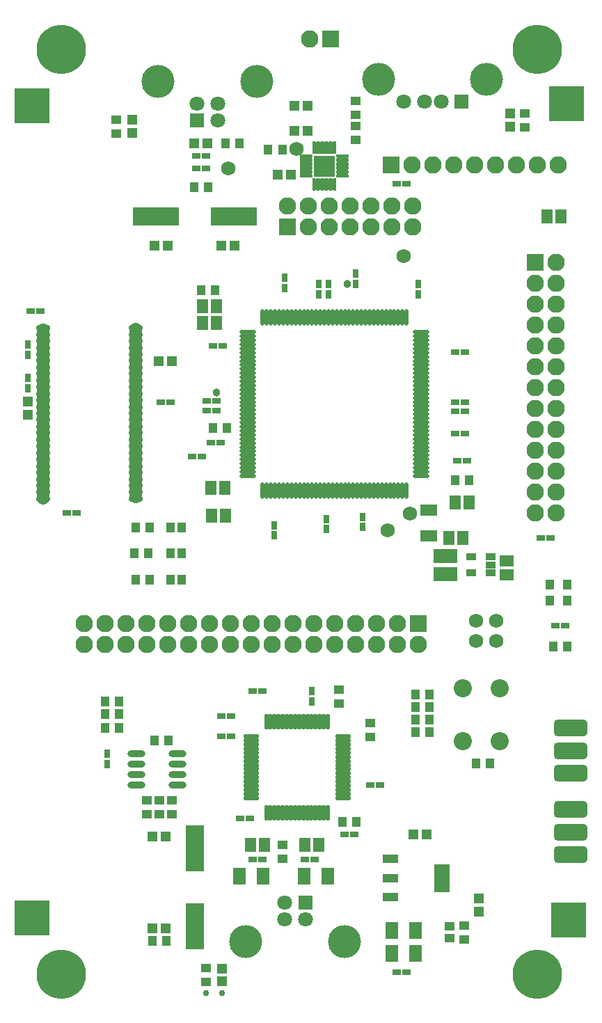
<source format=gts>
G04*
G04 #@! TF.GenerationSoftware,Altium Limited,Altium Designer,20.0.13 (296)*
G04*
G04 Layer_Color=8388736*
%FSAX25Y25*%
%MOIN*%
G70*
G01*
G75*
%ADD46C,0.06000*%
%ADD47C,0.06800*%
%ADD48R,0.07750X0.04300*%
%ADD49R,0.07750X0.13200*%
%ADD50R,0.04737X0.04737*%
%ADD51R,0.04737X0.04343*%
%ADD52R,0.04737X0.04737*%
%ADD53R,0.08280X0.05524*%
%ADD54R,0.16800X0.16800*%
%ADD55R,0.03950X0.04737*%
%ADD56O,0.07887X0.01981*%
%ADD57O,0.01981X0.07887*%
%ADD58R,0.08674X0.22453*%
%ADD59R,0.05524X0.06706*%
%ADD60R,0.04343X0.04737*%
%ADD61O,0.07690X0.01981*%
%ADD62O,0.01981X0.07690*%
%ADD63R,0.05918X0.08280*%
%ADD64O,0.01535X0.06063*%
%ADD65O,0.06063X0.01535*%
%ADD66R,0.10394X0.10394*%
%ADD67R,0.05131X0.03359*%
%ADD68O,0.06706X0.02965*%
%ADD69O,0.08674X0.03162*%
%ADD70R,0.11430X0.06706*%
%ADD71R,0.03950X0.03162*%
G04:AMPARAMS|DCode=72|XSize=76.9mil|YSize=157.61mil|CornerRadius=12.61mil|HoleSize=0mil|Usage=FLASHONLY|Rotation=90.000|XOffset=0mil|YOffset=0mil|HoleType=Round|Shape=RoundedRectangle|*
%AMROUNDEDRECTD72*
21,1,0.07690,0.13238,0,0,90.0*
21,1,0.05167,0.15761,0,0,90.0*
1,1,0.02522,0.06619,0.02584*
1,1,0.02522,0.06619,-0.02584*
1,1,0.02522,-0.06619,-0.02584*
1,1,0.02522,-0.06619,0.02584*
%
%ADD72ROUNDEDRECTD72*%
%ADD73R,0.06706X0.05524*%
%ADD74R,0.22453X0.08674*%
%ADD75R,0.04737X0.03950*%
%ADD76R,0.05918X0.07887*%
%ADD77R,0.03162X0.03950*%
%ADD78C,0.08674*%
%ADD79R,0.08280X0.08280*%
%ADD80C,0.08280*%
%ADD81C,0.23635*%
%ADD82C,0.07099*%
%ADD83R,0.07099X0.07099*%
%ADD84C,0.15761*%
%ADD85R,0.07099X0.07099*%
%ADD86R,0.08280X0.08280*%
%ADD87C,0.03000*%
%ADD88C,0.03800*%
G36*
X0330000Y0704000D02*
X0320000D01*
Y0709500D01*
X0330000D01*
Y0704000D01*
D02*
G37*
G36*
X0336500Y0693000D02*
X0331000D01*
Y0703000D01*
X0336500D01*
Y0693000D01*
D02*
G37*
G36*
X0319000D02*
X0313500D01*
Y0703000D01*
X0319000D01*
Y0693000D01*
D02*
G37*
G36*
X0330000Y0686500D02*
X0320000D01*
Y0692000D01*
X0330000D01*
Y0686500D01*
D02*
G37*
D46*
X0190300Y0538900D02*
X0190400Y0619400D01*
X0234700Y0539400D02*
X0234800Y0619900D01*
D47*
X0366142Y0531496D02*
D03*
X0363000Y0655000D02*
D03*
X0355315Y0523622D02*
D03*
X0311811Y0706299D02*
D03*
X0279000Y0697000D02*
D03*
X0407480Y0470472D02*
D03*
X0397638Y0480315D02*
D03*
X0407480D02*
D03*
X0397638Y0470472D02*
D03*
D48*
X0356725Y0366100D02*
D03*
Y0357000D02*
D03*
Y0347900D02*
D03*
D49*
X0381275Y0357000D02*
D03*
D50*
X0374150Y0378000D02*
D03*
X0367850D02*
D03*
X0310850Y0727000D02*
D03*
X0317150D02*
D03*
X0245850Y0604500D02*
D03*
X0252150D02*
D03*
X0262850Y0709000D02*
D03*
X0269150D02*
D03*
X0310850Y0715000D02*
D03*
X0317150D02*
D03*
X0250150Y0660000D02*
D03*
X0243850D02*
D03*
X0282150D02*
D03*
X0275850D02*
D03*
X0309150Y0694000D02*
D03*
X0302850D02*
D03*
X0249150Y0377000D02*
D03*
X0242850D02*
D03*
Y0333000D02*
D03*
X0249150D02*
D03*
D51*
X0268500Y0313846D02*
D03*
Y0307154D02*
D03*
X0225500Y0713654D02*
D03*
Y0720346D02*
D03*
X0421000Y0716653D02*
D03*
Y0723347D02*
D03*
X0392000Y0334347D02*
D03*
Y0327654D02*
D03*
X0305000Y0372847D02*
D03*
Y0366154D02*
D03*
X0252000Y0394346D02*
D03*
Y0387653D02*
D03*
X0246000D02*
D03*
Y0394346D02*
D03*
X0240000D02*
D03*
Y0387653D02*
D03*
X0340000Y0729347D02*
D03*
Y0722653D02*
D03*
Y0710653D02*
D03*
Y0717346D02*
D03*
X0332000Y0447346D02*
D03*
Y0440654D02*
D03*
X0347000Y0431347D02*
D03*
Y0424653D02*
D03*
D52*
X0276000Y0313650D02*
D03*
Y0307350D02*
D03*
X0414000Y0723150D02*
D03*
Y0716850D02*
D03*
X0233000Y0720150D02*
D03*
Y0713850D02*
D03*
X0399000Y0340850D02*
D03*
Y0347150D02*
D03*
X0183000Y0585150D02*
D03*
Y0578850D02*
D03*
D53*
X0375000Y0533299D02*
D03*
Y0520701D02*
D03*
D54*
X0185000Y0338000D02*
D03*
Y0727000D02*
D03*
X0442000Y0337000D02*
D03*
X0441000Y0728000D02*
D03*
D55*
X0256835Y0524961D02*
D03*
X0251323D02*
D03*
Y0499961D02*
D03*
X0256835D02*
D03*
Y0512461D02*
D03*
X0251323D02*
D03*
D56*
X0288465Y0618449D02*
D03*
Y0616480D02*
D03*
Y0614512D02*
D03*
Y0612543D02*
D03*
Y0610575D02*
D03*
Y0608606D02*
D03*
Y0606638D02*
D03*
Y0604669D02*
D03*
Y0602701D02*
D03*
Y0600732D02*
D03*
Y0598764D02*
D03*
Y0596795D02*
D03*
Y0594827D02*
D03*
Y0592858D02*
D03*
Y0590890D02*
D03*
Y0588921D02*
D03*
Y0586953D02*
D03*
Y0584984D02*
D03*
Y0583016D02*
D03*
Y0581047D02*
D03*
Y0579079D02*
D03*
Y0577110D02*
D03*
Y0575142D02*
D03*
Y0573173D02*
D03*
Y0571205D02*
D03*
Y0569236D02*
D03*
Y0567268D02*
D03*
Y0565299D02*
D03*
Y0563331D02*
D03*
Y0561362D02*
D03*
Y0559394D02*
D03*
Y0557425D02*
D03*
Y0555457D02*
D03*
Y0553488D02*
D03*
Y0551520D02*
D03*
Y0549551D02*
D03*
X0371535D02*
D03*
Y0551520D02*
D03*
Y0553488D02*
D03*
Y0555457D02*
D03*
Y0557425D02*
D03*
Y0559394D02*
D03*
Y0561362D02*
D03*
Y0563331D02*
D03*
Y0565299D02*
D03*
Y0567268D02*
D03*
Y0569236D02*
D03*
Y0571205D02*
D03*
Y0573173D02*
D03*
Y0575142D02*
D03*
Y0577110D02*
D03*
Y0579079D02*
D03*
Y0581047D02*
D03*
Y0583016D02*
D03*
Y0584984D02*
D03*
Y0586953D02*
D03*
Y0588921D02*
D03*
Y0590890D02*
D03*
Y0592858D02*
D03*
Y0594827D02*
D03*
Y0596795D02*
D03*
Y0598764D02*
D03*
Y0600732D02*
D03*
Y0602701D02*
D03*
Y0604669D02*
D03*
Y0606638D02*
D03*
Y0608606D02*
D03*
Y0610575D02*
D03*
Y0612543D02*
D03*
Y0614512D02*
D03*
Y0616480D02*
D03*
Y0618449D02*
D03*
D57*
X0295551Y0542465D02*
D03*
X0297520D02*
D03*
X0299488D02*
D03*
X0301457D02*
D03*
X0303425D02*
D03*
X0305394D02*
D03*
X0307362D02*
D03*
X0309331D02*
D03*
X0311299D02*
D03*
X0313268D02*
D03*
X0315236D02*
D03*
X0317205D02*
D03*
X0319173D02*
D03*
X0321142D02*
D03*
X0323110D02*
D03*
X0325079D02*
D03*
X0327047D02*
D03*
X0329016D02*
D03*
X0330984D02*
D03*
X0332953D02*
D03*
X0334921D02*
D03*
X0336890D02*
D03*
X0338858D02*
D03*
X0340827D02*
D03*
X0342795D02*
D03*
X0344764D02*
D03*
X0346732D02*
D03*
X0348701D02*
D03*
X0350669D02*
D03*
X0352638D02*
D03*
X0354606D02*
D03*
X0356575D02*
D03*
X0358543D02*
D03*
X0360512D02*
D03*
X0362480D02*
D03*
X0364449D02*
D03*
Y0625535D02*
D03*
X0362480D02*
D03*
X0360512D02*
D03*
X0358543D02*
D03*
X0356575D02*
D03*
X0354606D02*
D03*
X0352638D02*
D03*
X0350669D02*
D03*
X0348701D02*
D03*
X0346732D02*
D03*
X0344764D02*
D03*
X0342795D02*
D03*
X0340827D02*
D03*
X0338858D02*
D03*
X0336890D02*
D03*
X0334921D02*
D03*
X0332953D02*
D03*
X0330984D02*
D03*
X0329016D02*
D03*
X0327047D02*
D03*
X0325079D02*
D03*
X0323110D02*
D03*
X0321142D02*
D03*
X0319173D02*
D03*
X0317205D02*
D03*
X0315236D02*
D03*
X0313268D02*
D03*
X0311299D02*
D03*
X0309331D02*
D03*
X0307362D02*
D03*
X0305394D02*
D03*
X0303425D02*
D03*
X0301457D02*
D03*
X0299488D02*
D03*
X0297520D02*
D03*
X0295551D02*
D03*
D58*
X0263000Y0333898D02*
D03*
Y0371299D02*
D03*
D59*
X0296346Y0373000D02*
D03*
X0289653D02*
D03*
X0384653Y0520000D02*
D03*
X0391347D02*
D03*
X0277346Y0544000D02*
D03*
X0270654D02*
D03*
X0271153Y0530500D02*
D03*
X0277847D02*
D03*
X0273346Y0631000D02*
D03*
X0266653D02*
D03*
X0394346Y0537000D02*
D03*
X0387653D02*
D03*
X0273346Y0623000D02*
D03*
X0266653D02*
D03*
X0438346Y0674000D02*
D03*
X0431653D02*
D03*
X0315653Y0373000D02*
D03*
X0322346D02*
D03*
D60*
X0278346Y0572500D02*
D03*
X0271654D02*
D03*
X0434654Y0468000D02*
D03*
X0441347D02*
D03*
X0433000Y0490000D02*
D03*
X0441268D02*
D03*
Y0497480D02*
D03*
X0433000D02*
D03*
X0394346Y0547500D02*
D03*
X0387653D02*
D03*
X0284347Y0709000D02*
D03*
X0277654D02*
D03*
X0234653Y0500000D02*
D03*
X0241347D02*
D03*
X0242653Y0327000D02*
D03*
X0249346D02*
D03*
X0397654Y0412000D02*
D03*
X0404347D02*
D03*
X0240846Y0512500D02*
D03*
X0234154D02*
D03*
X0234653Y0525000D02*
D03*
X0241347D02*
D03*
X0304921Y0705905D02*
D03*
X0298228D02*
D03*
X0368653Y0445000D02*
D03*
X0375346D02*
D03*
X0368653Y0439000D02*
D03*
X0375346D02*
D03*
X0368653Y0433000D02*
D03*
X0375346D02*
D03*
X0368653Y0427000D02*
D03*
X0375346D02*
D03*
X0333653Y0384000D02*
D03*
X0340347D02*
D03*
X0243653Y0423000D02*
D03*
X0250346D02*
D03*
X0220153Y0441500D02*
D03*
X0226847D02*
D03*
X0226847Y0435500D02*
D03*
X0220153D02*
D03*
X0226847Y0429000D02*
D03*
X0220153D02*
D03*
X0272847Y0638500D02*
D03*
X0266154D02*
D03*
X0262653Y0688000D02*
D03*
X0269346D02*
D03*
D61*
X0290051Y0395236D02*
D03*
Y0397205D02*
D03*
Y0399173D02*
D03*
Y0401142D02*
D03*
Y0403110D02*
D03*
Y0405079D02*
D03*
Y0407047D02*
D03*
Y0409016D02*
D03*
Y0410984D02*
D03*
Y0412953D02*
D03*
Y0414921D02*
D03*
Y0416890D02*
D03*
Y0418858D02*
D03*
Y0420827D02*
D03*
Y0422795D02*
D03*
Y0424764D02*
D03*
X0333949D02*
D03*
Y0422795D02*
D03*
Y0420827D02*
D03*
Y0418858D02*
D03*
Y0416890D02*
D03*
Y0414921D02*
D03*
Y0412953D02*
D03*
Y0410984D02*
D03*
Y0409016D02*
D03*
Y0407047D02*
D03*
Y0405079D02*
D03*
Y0403110D02*
D03*
Y0401142D02*
D03*
Y0399173D02*
D03*
Y0397205D02*
D03*
Y0395236D02*
D03*
D62*
X0297236Y0431949D02*
D03*
X0299205D02*
D03*
X0301173D02*
D03*
X0303142D02*
D03*
X0305110D02*
D03*
X0307079D02*
D03*
X0309047D02*
D03*
X0311016D02*
D03*
X0312984D02*
D03*
X0314953D02*
D03*
X0316921D02*
D03*
X0318890D02*
D03*
X0320858D02*
D03*
X0322827D02*
D03*
X0324795D02*
D03*
X0326764D02*
D03*
Y0388051D02*
D03*
X0324795D02*
D03*
X0322827D02*
D03*
X0320858D02*
D03*
X0318890D02*
D03*
X0316921D02*
D03*
X0314953D02*
D03*
X0312984D02*
D03*
X0311016D02*
D03*
X0309047D02*
D03*
X0307079D02*
D03*
X0305110D02*
D03*
X0303142D02*
D03*
X0301173D02*
D03*
X0299205D02*
D03*
X0297236D02*
D03*
D63*
X0295709Y0358000D02*
D03*
X0284291D02*
D03*
X0326709D02*
D03*
X0315291D02*
D03*
X0357291Y0332000D02*
D03*
X0368709D02*
D03*
D64*
X0320079Y0689240D02*
D03*
X0322047D02*
D03*
X0324016D02*
D03*
X0325984D02*
D03*
X0327953D02*
D03*
X0329921D02*
D03*
Y0706760D02*
D03*
X0327953D02*
D03*
X0325984D02*
D03*
X0324016D02*
D03*
X0322047D02*
D03*
X0320079D02*
D03*
D65*
X0333760Y0693079D02*
D03*
Y0695047D02*
D03*
Y0697016D02*
D03*
Y0698984D02*
D03*
Y0700953D02*
D03*
Y0702921D02*
D03*
X0316240D02*
D03*
Y0700953D02*
D03*
Y0698984D02*
D03*
Y0697016D02*
D03*
Y0695047D02*
D03*
Y0693079D02*
D03*
D66*
X0325000Y0698000D02*
D03*
D67*
X0395276Y0503260D02*
D03*
Y0510740D02*
D03*
X0404724D02*
D03*
Y0507000D02*
D03*
Y0503260D02*
D03*
D68*
X0190356Y0620445D02*
D03*
Y0617295D02*
D03*
Y0614146D02*
D03*
Y0610996D02*
D03*
Y0607846D02*
D03*
Y0604697D02*
D03*
Y0601547D02*
D03*
Y0598398D02*
D03*
Y0595248D02*
D03*
Y0592098D02*
D03*
Y0588949D02*
D03*
Y0585799D02*
D03*
Y0582650D02*
D03*
Y0579500D02*
D03*
Y0576350D02*
D03*
Y0573201D02*
D03*
Y0570051D02*
D03*
Y0566902D02*
D03*
Y0563752D02*
D03*
Y0560602D02*
D03*
Y0557453D02*
D03*
Y0554303D02*
D03*
Y0551154D02*
D03*
Y0548004D02*
D03*
Y0544854D02*
D03*
Y0541705D02*
D03*
Y0538555D02*
D03*
X0234844Y0620445D02*
D03*
Y0617295D02*
D03*
Y0614146D02*
D03*
Y0610996D02*
D03*
Y0607846D02*
D03*
Y0604697D02*
D03*
Y0601547D02*
D03*
Y0598398D02*
D03*
Y0595248D02*
D03*
Y0592098D02*
D03*
Y0588949D02*
D03*
Y0585799D02*
D03*
Y0582650D02*
D03*
Y0579500D02*
D03*
Y0576350D02*
D03*
Y0573201D02*
D03*
Y0570051D02*
D03*
Y0566902D02*
D03*
Y0563752D02*
D03*
Y0560602D02*
D03*
Y0557453D02*
D03*
Y0554303D02*
D03*
Y0551154D02*
D03*
Y0548004D02*
D03*
Y0544854D02*
D03*
Y0541705D02*
D03*
Y0538555D02*
D03*
D69*
X0235157Y0416500D02*
D03*
Y0411500D02*
D03*
Y0406500D02*
D03*
Y0401500D02*
D03*
X0254842Y0416500D02*
D03*
Y0411500D02*
D03*
Y0406500D02*
D03*
Y0401500D02*
D03*
D70*
X0383000Y0511331D02*
D03*
Y0502669D02*
D03*
D71*
X0435638Y0478000D02*
D03*
X0440362D02*
D03*
X0268638Y0581000D02*
D03*
X0273362D02*
D03*
X0270638Y0565500D02*
D03*
X0275362D02*
D03*
X0184238Y0628500D02*
D03*
X0188962D02*
D03*
X0433362Y0520000D02*
D03*
X0428638D02*
D03*
X0392362Y0609000D02*
D03*
X0387638D02*
D03*
X0251362Y0585000D02*
D03*
X0246638D02*
D03*
X0392362Y0580500D02*
D03*
X0387638D02*
D03*
X0268638Y0585500D02*
D03*
X0273362D02*
D03*
X0261638Y0559000D02*
D03*
X0266362D02*
D03*
X0392362Y0585000D02*
D03*
X0387638D02*
D03*
X0284638Y0385500D02*
D03*
X0289362D02*
D03*
X0206462Y0532000D02*
D03*
X0201738D02*
D03*
X0271638Y0612000D02*
D03*
X0276362D02*
D03*
X0263638Y0703000D02*
D03*
X0268362D02*
D03*
X0393362Y0557000D02*
D03*
X0388638D02*
D03*
X0364362Y0689500D02*
D03*
X0359638D02*
D03*
X0268362Y0697000D02*
D03*
X0263638D02*
D03*
X0364362Y0312000D02*
D03*
X0359638D02*
D03*
X0290638Y0366000D02*
D03*
X0295362D02*
D03*
X0392362Y0570000D02*
D03*
X0387638D02*
D03*
X0320362Y0366000D02*
D03*
X0315638D02*
D03*
X0339362Y0378000D02*
D03*
X0334638D02*
D03*
X0275638Y0434500D02*
D03*
X0280362D02*
D03*
X0351862Y0401500D02*
D03*
X0347138D02*
D03*
X0290638Y0446500D02*
D03*
X0295362D02*
D03*
X0275638Y0425000D02*
D03*
X0280362D02*
D03*
D72*
X0443000Y0368094D02*
D03*
Y0389906D02*
D03*
Y0379000D02*
D03*
Y0407094D02*
D03*
Y0428905D02*
D03*
Y0418000D02*
D03*
D73*
X0412500Y0508847D02*
D03*
Y0502153D02*
D03*
D74*
X0281701Y0674000D02*
D03*
X0244299D02*
D03*
D75*
X0385039Y0333835D02*
D03*
Y0328323D02*
D03*
D76*
X0357291Y0321000D02*
D03*
X0368709D02*
D03*
D77*
X0327000Y0641362D02*
D03*
Y0636638D02*
D03*
X0322500Y0641362D02*
D03*
Y0636638D02*
D03*
X0343500Y0525138D02*
D03*
Y0529862D02*
D03*
X0301000Y0521138D02*
D03*
Y0525862D02*
D03*
X0326000Y0524138D02*
D03*
Y0528862D02*
D03*
X0306000Y0644362D02*
D03*
Y0639638D02*
D03*
X0183000Y0607638D02*
D03*
Y0612362D02*
D03*
Y0591638D02*
D03*
Y0596362D02*
D03*
X0370000Y0641362D02*
D03*
Y0636638D02*
D03*
X0319000Y0446362D02*
D03*
Y0441638D02*
D03*
X0221000Y0416362D02*
D03*
Y0411638D02*
D03*
X0340000Y0646362D02*
D03*
Y0641638D02*
D03*
D78*
X0409000Y0448000D02*
D03*
Y0422409D02*
D03*
X0391283Y0448000D02*
D03*
Y0422409D02*
D03*
D79*
X0328000Y0759000D02*
D03*
X0307500Y0669000D02*
D03*
X0357000Y0698500D02*
D03*
X0370000Y0479000D02*
D03*
D80*
X0318000Y0759000D02*
D03*
X0307500Y0679000D02*
D03*
X0317500Y0669000D02*
D03*
Y0679000D02*
D03*
X0327500Y0669000D02*
D03*
Y0679000D02*
D03*
X0337500Y0669000D02*
D03*
Y0679000D02*
D03*
X0347500Y0669000D02*
D03*
Y0679000D02*
D03*
X0357500Y0669000D02*
D03*
Y0679000D02*
D03*
X0367500Y0669000D02*
D03*
Y0679000D02*
D03*
X0367000Y0698500D02*
D03*
X0437000D02*
D03*
X0427000D02*
D03*
X0417000D02*
D03*
X0407000D02*
D03*
X0397000D02*
D03*
X0387000D02*
D03*
X0377000D02*
D03*
X0370000Y0469000D02*
D03*
X0360000Y0479000D02*
D03*
Y0469000D02*
D03*
X0350000Y0479000D02*
D03*
Y0469000D02*
D03*
X0340000Y0479000D02*
D03*
Y0469000D02*
D03*
X0330000Y0479000D02*
D03*
Y0469000D02*
D03*
X0320000Y0479000D02*
D03*
Y0469000D02*
D03*
X0310000Y0479000D02*
D03*
Y0469000D02*
D03*
X0300000Y0479000D02*
D03*
Y0469000D02*
D03*
X0290000Y0479000D02*
D03*
Y0469000D02*
D03*
X0280000Y0479000D02*
D03*
Y0469000D02*
D03*
X0270000Y0479000D02*
D03*
Y0469000D02*
D03*
X0260000Y0479000D02*
D03*
Y0469000D02*
D03*
X0250000Y0479000D02*
D03*
Y0469000D02*
D03*
X0240000Y0479000D02*
D03*
Y0469000D02*
D03*
X0230000Y0479000D02*
D03*
Y0469000D02*
D03*
X0220000Y0479000D02*
D03*
Y0469000D02*
D03*
X0210000Y0479000D02*
D03*
Y0469000D02*
D03*
X0436000Y0532000D02*
D03*
X0426000D02*
D03*
X0436000Y0542000D02*
D03*
X0426000D02*
D03*
X0436000Y0552000D02*
D03*
X0426000D02*
D03*
X0436000Y0562000D02*
D03*
X0426000D02*
D03*
X0436000Y0572000D02*
D03*
X0426000D02*
D03*
X0436000Y0582000D02*
D03*
X0426000D02*
D03*
X0436000Y0592000D02*
D03*
X0426000D02*
D03*
X0436000Y0602000D02*
D03*
X0426000D02*
D03*
X0436000Y0612000D02*
D03*
X0426000D02*
D03*
X0436000Y0622000D02*
D03*
X0426000D02*
D03*
X0436000Y0632000D02*
D03*
X0426000D02*
D03*
X0436000Y0642000D02*
D03*
X0426000D02*
D03*
X0436000Y0652000D02*
D03*
D81*
X0199000Y0754000D02*
D03*
X0427098D02*
D03*
Y0311000D02*
D03*
X0199098D02*
D03*
D82*
X0373063Y0728858D02*
D03*
X0363221Y0728858D02*
D03*
X0380937Y0728858D02*
D03*
X0306079Y0345094D02*
D03*
X0315921Y0337221D02*
D03*
X0306079D02*
D03*
X0273921Y0727779D02*
D03*
X0264079D02*
D03*
X0273921Y0719906D02*
D03*
D83*
X0390779Y0728858D02*
D03*
D84*
X0402866Y0739528D02*
D03*
X0351134D02*
D03*
X0334701Y0326551D02*
D03*
X0287299D02*
D03*
X0292701Y0738449D02*
D03*
X0245299D02*
D03*
D85*
X0315921Y0345094D02*
D03*
X0264079Y0719906D02*
D03*
D86*
X0426000Y0652000D02*
D03*
D87*
X0276000Y0302000D02*
D03*
X0268500D02*
D03*
D88*
X0322638Y0695638D02*
D03*
X0327362Y0700362D02*
D03*
X0322638D02*
D03*
X0327362Y0695638D02*
D03*
X0273500Y0589500D02*
D03*
X0336000Y0641500D02*
D03*
M02*

</source>
